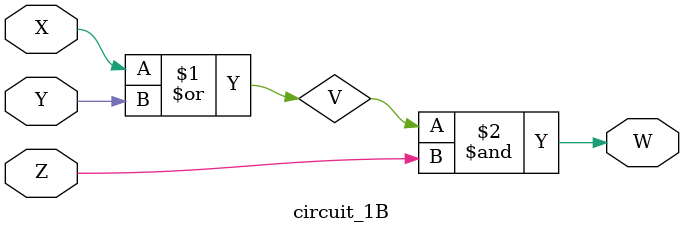
<source format=v>
module circuit_1B (
    input X,
    input Y,
    input Z,
    output W
);

wire V;

assign V = X | Y;
assign W = V & Z;

endmodule

</source>
